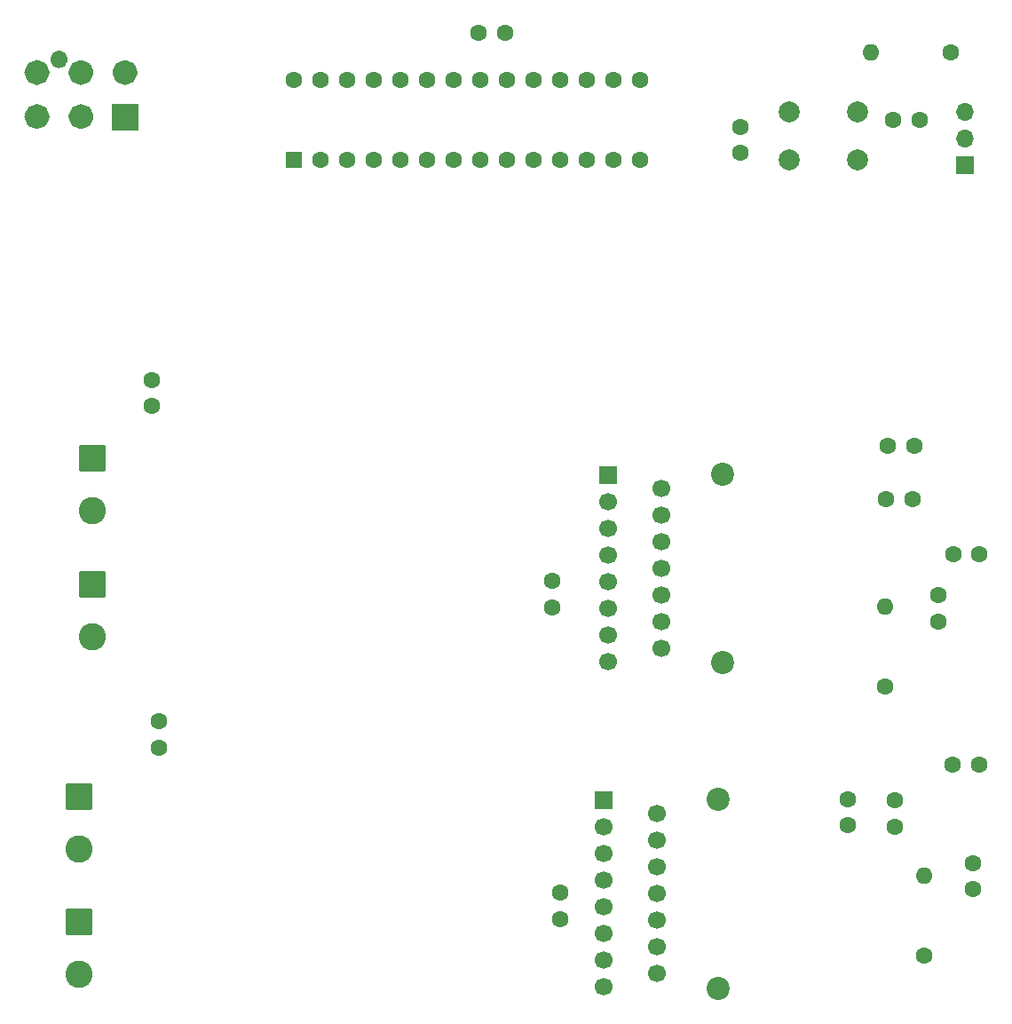
<source format=gbr>
%TF.GenerationSoftware,KiCad,Pcbnew,9.0.0*%
%TF.CreationDate,2025-03-14T18:44:21-06:00*%
%TF.ProjectId,MotorControllerBoardV2,4d6f746f-7243-46f6-9e74-726f6c6c6572,rev?*%
%TF.SameCoordinates,Original*%
%TF.FileFunction,Soldermask,Bot*%
%TF.FilePolarity,Negative*%
%FSLAX46Y46*%
G04 Gerber Fmt 4.6, Leading zero omitted, Abs format (unit mm)*
G04 Created by KiCad (PCBNEW 9.0.0) date 2025-03-14 18:44:21*
%MOMM*%
%LPD*%
G01*
G04 APERTURE LIST*
G04 Aperture macros list*
%AMRoundRect*
0 Rectangle with rounded corners*
0 $1 Rounding radius*
0 $2 $3 $4 $5 $6 $7 $8 $9 X,Y pos of 4 corners*
0 Add a 4 corners polygon primitive as box body*
4,1,4,$2,$3,$4,$5,$6,$7,$8,$9,$2,$3,0*
0 Add four circle primitives for the rounded corners*
1,1,$1+$1,$2,$3*
1,1,$1+$1,$4,$5*
1,1,$1+$1,$6,$7*
1,1,$1+$1,$8,$9*
0 Add four rect primitives between the rounded corners*
20,1,$1+$1,$2,$3,$4,$5,0*
20,1,$1+$1,$4,$5,$6,$7,0*
20,1,$1+$1,$6,$7,$8,$9,0*
20,1,$1+$1,$8,$9,$2,$3,0*%
G04 Aperture macros list end*
%ADD10C,1.226200*%
%ADD11C,0.846200*%
%ADD12C,0.010000*%
%ADD13C,1.600000*%
%ADD14O,1.600000X1.600000*%
%ADD15RoundRect,0.250000X-1.050000X1.050000X-1.050000X-1.050000X1.050000X-1.050000X1.050000X1.050000X0*%
%ADD16C,2.600000*%
%ADD17C,2.000000*%
%ADD18C,1.540000*%
%ADD19R,1.700000X1.700000*%
%ADD20O,1.700000X1.700000*%
%ADD21RoundRect,0.250000X0.550000X-0.550000X0.550000X0.550000X-0.550000X0.550000X-0.550000X-0.550000X0*%
%ADD22R,1.695000X1.695000*%
%ADD23C,1.695000*%
%ADD24C,2.200000*%
G04 APERTURE END LIST*
D10*
%TO.C,J1*%
X110713100Y-53460000D02*
G75*
G02*
X109486900Y-53460000I-613100J0D01*
G01*
X109486900Y-53460000D02*
G75*
G02*
X110713100Y-53460000I613100J0D01*
G01*
X106513100Y-53460000D02*
G75*
G02*
X105286900Y-53460000I-613100J0D01*
G01*
X105286900Y-53460000D02*
G75*
G02*
X106513100Y-53460000I613100J0D01*
G01*
X114913100Y-49260000D02*
G75*
G02*
X113686900Y-49260000I-613100J0D01*
G01*
X113686900Y-49260000D02*
G75*
G02*
X114913100Y-49260000I613100J0D01*
G01*
X110713100Y-49260000D02*
G75*
G02*
X109486900Y-49260000I-613100J0D01*
G01*
X109486900Y-49260000D02*
G75*
G02*
X110713100Y-49260000I613100J0D01*
G01*
X106513100Y-49260000D02*
G75*
G02*
X105286900Y-49260000I-613100J0D01*
G01*
X105286900Y-49260000D02*
G75*
G02*
X106513100Y-49260000I613100J0D01*
G01*
D11*
X108423100Y-48000000D02*
G75*
G02*
X107576900Y-48000000I-423100J0D01*
G01*
X107576900Y-48000000D02*
G75*
G02*
X108423100Y-48000000I423100J0D01*
G01*
D12*
X115526200Y-54686200D02*
X113073800Y-54686200D01*
X113073800Y-52233800D01*
X115526200Y-52233800D01*
X115526200Y-54686200D01*
G36*
X115526200Y-54686200D02*
G01*
X113073800Y-54686200D01*
X113073800Y-52233800D01*
X115526200Y-52233800D01*
X115526200Y-54686200D01*
G37*
%TD*%
D13*
%TO.C,C10*%
X195140000Y-124610000D03*
X195140000Y-127110000D03*
%TD*%
%TO.C,C9*%
X195730000Y-115270000D03*
X193230000Y-115270000D03*
%TD*%
%TO.C,C14*%
X155820000Y-129970000D03*
X155820000Y-127470000D03*
%TD*%
%TO.C,R2*%
X190540000Y-133420000D03*
D14*
X190540000Y-125800000D03*
%TD*%
D13*
%TO.C,C7*%
X173010000Y-54410000D03*
X173010000Y-56910000D03*
%TD*%
%TO.C,R3*%
X193020000Y-47320000D03*
D14*
X185400000Y-47320000D03*
%TD*%
D15*
%TO.C,MLF1*%
X111162500Y-86060000D03*
D16*
X111162500Y-91060000D03*
%TD*%
D15*
%TO.C,MRB1*%
X109942500Y-130260000D03*
D16*
X109942500Y-135260000D03*
%TD*%
D15*
%TO.C,MRF1*%
X109942500Y-118260000D03*
D16*
X109942500Y-123260000D03*
%TD*%
D15*
%TO.C,MLB1*%
X111162500Y-98060000D03*
D16*
X111162500Y-103060000D03*
%TD*%
D13*
%TO.C,C5*%
X186910000Y-89940000D03*
X189410000Y-89940000D03*
%TD*%
%TO.C,C2*%
X193280000Y-95160000D03*
X195780000Y-95160000D03*
%TD*%
%TO.C,C3*%
X187080000Y-84830000D03*
X189580000Y-84830000D03*
%TD*%
%TO.C,C13*%
X183240000Y-121020000D03*
X183240000Y-118520000D03*
%TD*%
%TO.C,C1*%
X155000000Y-97750000D03*
X155000000Y-100250000D03*
%TD*%
%TO.C,C6*%
X150530000Y-45460000D03*
X148030000Y-45460000D03*
%TD*%
%TO.C,C8*%
X116880000Y-81040000D03*
X116880000Y-78540000D03*
%TD*%
%TO.C,C4*%
X191830000Y-99100000D03*
X191830000Y-101600000D03*
%TD*%
%TO.C,C11*%
X117550000Y-113610000D03*
X117550000Y-111110000D03*
%TD*%
%TO.C,C12*%
X187750000Y-118640000D03*
X187750000Y-121140000D03*
%TD*%
%TO.C,C15*%
X190080000Y-53790000D03*
X187580000Y-53790000D03*
%TD*%
D17*
%TO.C,SW1*%
X177640000Y-53050000D03*
X184140000Y-53050000D03*
X177640000Y-57550000D03*
X184140000Y-57550000D03*
%TD*%
D18*
%TO.C,J1*%
X108000000Y-48000000D03*
%TD*%
D13*
%TO.C,R1*%
X186770000Y-107750000D03*
D14*
X186770000Y-100130000D03*
%TD*%
D19*
%TO.C,UPDIHeader1*%
X194410000Y-58080000D03*
D20*
X194410000Y-55540000D03*
X194410000Y-53000000D03*
%TD*%
D21*
%TO.C,U1*%
X130380000Y-57620000D03*
D13*
X132920000Y-57620000D03*
X135460000Y-57620000D03*
X138000000Y-57620000D03*
X140540000Y-57620000D03*
X143080000Y-57620000D03*
X145620000Y-57620000D03*
X148160000Y-57620000D03*
X150700000Y-57620000D03*
X153240000Y-57620000D03*
X155780000Y-57620000D03*
X158320000Y-57620000D03*
X160860000Y-57620000D03*
X163400000Y-57620000D03*
X163400000Y-50000000D03*
X160860000Y-50000000D03*
X158320000Y-50000000D03*
X155780000Y-50000000D03*
X153240000Y-50000000D03*
X150700000Y-50000000D03*
X148160000Y-50000000D03*
X145620000Y-50000000D03*
X143080000Y-50000000D03*
X140540000Y-50000000D03*
X138000000Y-50000000D03*
X135460000Y-50000000D03*
X132920000Y-50000000D03*
X130380000Y-50000000D03*
%TD*%
D22*
%TO.C,U5*%
X159920000Y-118650000D03*
D23*
X165000000Y-119920000D03*
X159920000Y-121190000D03*
X165000000Y-122460000D03*
X159920000Y-123730000D03*
X165000000Y-125000000D03*
X159920000Y-126270000D03*
D24*
X170850000Y-118540000D03*
D23*
X165000000Y-127540000D03*
D24*
X170850000Y-136540000D03*
D23*
X159920000Y-128810000D03*
X165000000Y-130080000D03*
X159920000Y-131350000D03*
X165000000Y-132620000D03*
X159920000Y-133890000D03*
X165000000Y-135160000D03*
X159920000Y-136430000D03*
%TD*%
D22*
%TO.C,U2*%
X160400000Y-87650000D03*
D23*
X165480000Y-88920000D03*
X160400000Y-90190000D03*
X165480000Y-91460000D03*
X160400000Y-92730000D03*
X165480000Y-94000000D03*
X160400000Y-95270000D03*
D24*
X171330000Y-87540000D03*
D23*
X165480000Y-96540000D03*
D24*
X171330000Y-105540000D03*
D23*
X160400000Y-97810000D03*
X165480000Y-99080000D03*
X160400000Y-100350000D03*
X165480000Y-101620000D03*
X160400000Y-102890000D03*
X165480000Y-104160000D03*
X160400000Y-105430000D03*
%TD*%
M02*

</source>
